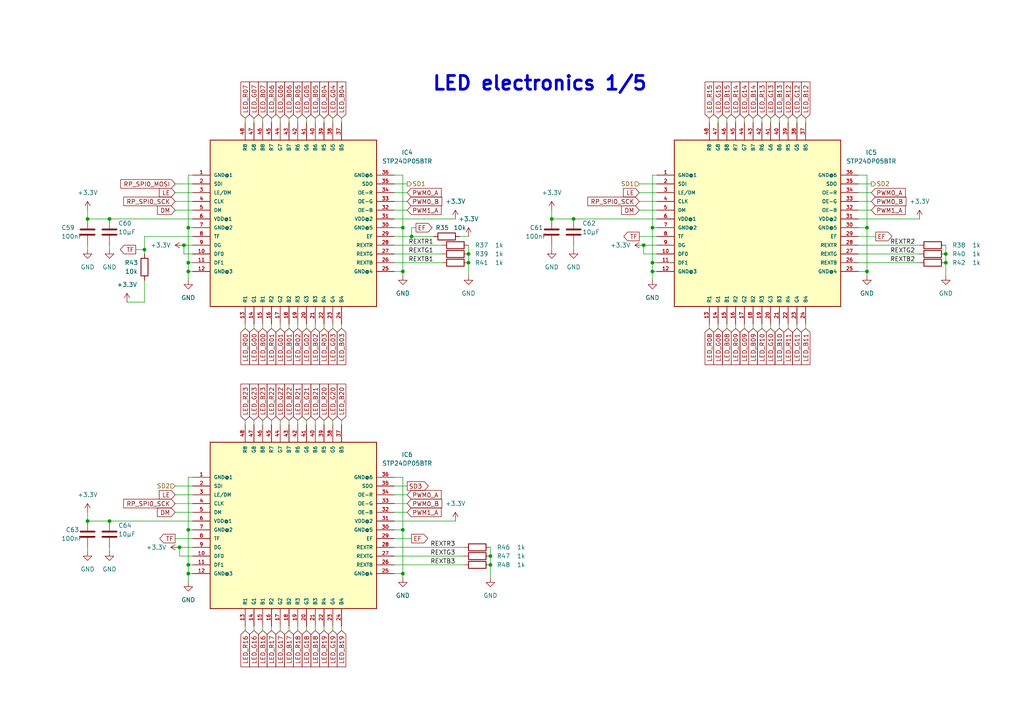
<source format=kicad_sch>
(kicad_sch (version 20230121) (generator eeschema)
  (paper "A4")
  (title_block (title "RD56_color") (date "2023-08-20") (rev "Rev 2") (company "Ludwin Monz") (comment 1 "you may not use the material for commercial purposes.") (comment 2 "you may use non-commercially, adapt, share alike ") (comment 3 "https://creativecommons.org/licenses/by-nc-sa/4.0/") (comment 4 "License: Creative Commons Attribution-Non-Commercial (CC BY-NC-SA)"))
  (lib_symbols
    (symbol "Device:C" (pin_numbers hide) (pin_names (offset 0.254))
      (property "Reference" "C" (at 0.635 2.54 0))
      (property "Value" "C" (at 0.635 -2.54 0))
      (symbol "C_0_1"
        (polyline (pts (xy -2.032 -0.762) (xy 2.032 -0.762)) (stroke (width 0.508)))
        (polyline (pts (xy -2.032 0.762) (xy 2.032 0.762)) (stroke (width 0.508)))
      )
      (symbol "C_1_1"
        (pin passive line (at 0 3.81 270) (length 2.794) (name "~") (number "1"))
        (pin passive line (at 0 -3.81 90) (length 2.794) (name "~") (number "2"))
      )
    )
    (symbol "Device:R" (pin_numbers hide) (pin_names (offset 0))
      (property "Reference" "R" (at 2.032 0 90))
      (property "Value" "R" (at 0 0 90))
      (symbol "R_0_1"
        (rectangle (start -1.016 -2.54) (end 1.016 2.54) (stroke (width 0.254)))
      )
      (symbol "R_1_1"
        (pin passive line (at 0 3.81 270) (length 1.27) (name "~") (number "1"))
        (pin passive line (at 0 -3.81 90) (length 1.27) (name "~") (number "2"))
      )
    )
    (symbol "STP24DP05BTR:STP24DP05BTR" (pin_names (offset 1.016))
      (property "Reference" "IC" (at -5.08 15.24 0))
      (property "Value" "STP24DP05BTR" (at -5.08 12.7 0))
      (symbol "STP24DP05BTR_0_0"
        (rectangle (start 5.08 -38.1) (end 53.34 10.16) (stroke (width 0.254)) (fill (type background)))
        (pin bidirectional line (at 0 0 0) (length 5.08) (name "GND@1") (number "1"))
        (pin bidirectional line (at 0 -22.86 0) (length 5.08) (name "DF0") (number "10"))
        (pin bidirectional line (at 0 -25.4 0) (length 5.08) (name "DF1") (number "11"))
        (pin bidirectional line (at 0 -27.94 0) (length 5.08) (name "GND@3") (number "12"))
        (pin bidirectional line (at 15.24 -43.18 90) (length 5.08) (name "R1") (number "13"))
        (pin bidirectional line (at 17.78 -43.18 90) (length 5.08) (name "G1") (number "14"))
        (pin bidirectional line (at 20.32 -43.18 90) (length 5.08) (name "B1") (number "15"))
        (pin bidirectional line (at 22.86 -43.18 90) (length 5.08) (name "R2") (number "16"))
        (pin bidirectional line (at 25.4 -43.18 90) (length 5.08) (name "G2") (number "17"))
        (pin bidirectional line (at 27.94 -43.18 90) (length 5.08) (name "B2") (number "18"))
        (pin bidirectional line (at 30.48 -43.18 90) (length 5.08) (name "R3") (number "19"))
        (pin bidirectional line (at 0 -2.54 0) (length 5.08) (name "SDI") (number "2"))
        (pin bidirectional line (at 33.02 -43.18 90) (length 5.08) (name "G3") (number "20"))
        (pin bidirectional line (at 35.56 -43.18 90) (length 5.08) (name "B3") (number "21"))
        (pin bidirectional line (at 38.1 -43.18 90) (length 5.08) (name "R4") (number "22"))
        (pin bidirectional line (at 40.64 -43.18 90) (length 5.08) (name "G4") (number "23"))
        (pin bidirectional line (at 43.18 -43.18 90) (length 5.08) (name "B4") (number "24"))
        (pin bidirectional line (at 58.42 -27.94 180) (length 5.08) (name "GND@4") (number "25"))
        (pin bidirectional line (at 58.42 -25.4 180) (length 5.08) (name "REXTB") (number "26"))
        (pin bidirectional line (at 58.42 -22.86 180) (length 5.08) (name "REXTG") (number "27"))
        (pin bidirectional line (at 58.42 -20.32 180) (length 5.08) (name "REXTR") (number "28"))
        (pin bidirectional line (at 58.42 -17.78 180) (length 5.08) (name "EF") (number "29"))
        (pin bidirectional line (at 0 -5.08 0) (length 5.08) (name "LE/DM") (number "3"))
        (pin bidirectional line (at 58.42 -15.24 180) (length 5.08) (name "GND@5") (number "30"))
        (pin bidirectional line (at 58.42 -12.7 180) (length 5.08) (name "VDD@2") (number "31"))
        (pin bidirectional line (at 58.42 -10.16 180) (length 5.08) (name "OE-B") (number "32"))
        (pin bidirectional line (at 58.42 -7.62 180) (length 5.08) (name "OE-G") (number "33"))
        (pin bidirectional line (at 58.42 -5.08 180) (length 5.08) (name "OE-R") (number "34"))
        (pin bidirectional line (at 58.42 -2.54 180) (length 5.08) (name "SDO") (number "35"))
        (pin bidirectional line (at 58.42 0 180) (length 5.08) (name "GND@6") (number "36"))
        (pin bidirectional line (at 43.18 15.24 270) (length 5.08) (name "B5") (number "37"))
        (pin bidirectional line (at 40.64 15.24 270) (length 5.08) (name "G5") (number "38"))
        (pin bidirectional line (at 38.1 15.24 270) (length 5.08) (name "R5") (number "39"))
        (pin bidirectional line (at 0 -7.62 0) (length 5.08) (name "CLK") (number "4"))
        (pin bidirectional line (at 35.56 15.24 270) (length 5.08) (name "B6") (number "40"))
        (pin bidirectional line (at 33.02 15.24 270) (length 5.08) (name "G6") (number "41"))
        (pin bidirectional line (at 30.48 15.24 270) (length 5.08) (name "R6") (number "42"))
        (pin bidirectional line (at 27.94 15.24 270) (length 5.08) (name "B7") (number "43"))
        (pin bidirectional line (at 25.4 15.24 270) (length 5.08) (name "G7") (number "44"))
        (pin bidirectional line (at 22.86 15.24 270) (length 5.08) (name "R7") (number "45"))
        (pin bidirectional line (at 20.32 15.24 270) (length 5.08) (name "B8") (number "46"))
        (pin bidirectional line (at 17.78 15.24 270) (length 5.08) (name "G8") (number "47"))
        (pin bidirectional line (at 15.24 15.24 270) (length 5.08) (name "R8") (number "48"))
        (pin bidirectional line (at 0 -10.16 0) (length 5.08) (name "DM") (number "5"))
        (pin bidirectional line (at 0 -12.7 0) (length 5.08) (name "VDD@1") (number "6"))
        (pin bidirectional line (at 0 -15.24 0) (length 5.08) (name "GND@2") (number "7"))
        (pin bidirectional line (at 0 -17.78 0) (length 5.08) (name "TF") (number "8"))
        (pin bidirectional line (at 0 -20.32 0) (length 5.08) (name "DG") (number "9"))
      )
    )
    (symbol "power:+3.3V" (power) (pin_names (offset 0))
      (property "Value" "+3.3V" (at 0 3.556 0))
      (symbol "+3.3V_0_1"
        (polyline (pts (xy -0.762 1.27) (xy 0 2.54)))
        (polyline (pts (xy 0 0) (xy 0 2.54)))
        (polyline (pts (xy 0 2.54) (xy 0.762 1.27)))
      )
      (symbol "+3.3V_1_1"
        (pin power_in line (at 0 0 90) (length 0) hide (name "+3.3V") (number "1"))
      )
    )
    (symbol "power:GND" (power) (pin_names (offset 0))
      (property "Value" "GND" (at 0 -3.81 0))
      (symbol "GND_0_1"
        (polyline (pts (xy 0 0) (xy 0 -1.27) (xy 1.27 -1.27) (xy 0 -2.54) (xy -1.27 -1.27) (xy 0 -1.27)))
      )
      (symbol "GND_1_1"
        (pin power_in line (at 0 0 270) (length 0) hide (name "GND") (number "1"))
      )
    )
  )
  (junction (at 135.89 73.66))
  (junction (at 251.46 78.74))
  (junction (at 54.61 166.37))
  (junction (at 41.91 72.39))
  (junction (at 54.61 66.04))
  (junction (at 116.84 78.74))
  (junction (at 116.84 66.04))
  (junction (at 274.32 76.2))
  (junction (at 189.23 76.2))
  (junction (at 116.84 153.67))
  (junction (at 25.4 63.5))
  (junction (at 186.69 71.12))
  (junction (at 160.02 63.5))
  (junction (at 54.61 153.67))
  (junction (at 119.38 68.58))
  (junction (at 54.61 78.74))
  (junction (at 142.24 161.29))
  (junction (at 166.37 63.5))
  (junction (at 251.46 66.04))
  (junction (at 189.23 78.74))
  (junction (at 54.61 76.2))
  (junction (at 31.75 151.13))
  (junction (at 142.24 163.83))
  (junction (at 54.61 163.83))
  (junction (at 31.75 63.5))
  (junction (at 25.4 151.13))
  (junction (at 274.32 73.66))
  (junction (at 135.89 76.2))
  (junction (at 116.84 166.37))
  (junction (at 53.34 71.12))
  (junction (at 189.23 66.04))
  (junction (at 52.07 158.75))
  (wire (pts (xy 78.74 34.29) (xy 78.74 35.56)))
  (wire (pts (xy 190.5 50.8) (xy 189.23 50.8)))
  (wire (pts (xy 114.3 146.05) (xy 118.11 146.05)))
  (wire (pts (xy 54.61 163.83) (xy 55.88 163.83)))
  (wire (pts (xy 215.9 93.98) (xy 215.9 95.25)))
  (wire (pts (xy 81.28 181.61) (xy 81.28 182.88)))
  (wire (pts (xy 228.6 34.29) (xy 228.6 35.56)))
  (wire (pts (xy 248.92 55.88) (xy 252.73 55.88)))
  (wire (pts (xy 76.2 181.61) (xy 76.2 182.88)))
  (wire (pts (xy 233.68 93.98) (xy 233.68 95.25)))
  (wire (pts (xy 185.42 60.96) (xy 190.5 60.96)))
  (wire (pts (xy 31.75 151.13) (xy 55.88 151.13)))
  (wire (pts (xy 50.8 55.88) (xy 55.88 55.88)))
  (wire (pts (xy 160.02 71.12) (xy 160.02 72.39)))
  (wire (pts (xy 248.92 53.34) (xy 252.73 53.34)))
  (wire (pts (xy 119.38 66.04) (xy 119.38 68.58)))
  (wire (pts (xy 31.75 63.5) (xy 55.88 63.5)))
  (wire (pts (xy 142.24 158.75) (xy 142.24 161.29)))
  (wire (pts (xy 274.32 73.66) (xy 274.32 76.2)))
  (wire (pts (xy 99.06 93.98) (xy 99.06 95.25)))
  (wire (pts (xy 71.12 93.98) (xy 71.12 95.25)))
  (wire (pts (xy 81.28 121.92) (xy 81.28 123.19)))
  (wire (pts (xy 248.92 73.66) (xy 266.7 73.66)))
  (wire (pts (xy 251.46 78.74) (xy 251.46 80.01)))
  (wire (pts (xy 186.69 73.66) (xy 186.69 71.12)))
  (wire (pts (xy 251.46 50.8) (xy 251.46 66.04)))
  (wire (pts (xy 54.61 163.83) (xy 54.61 166.37)))
  (wire (pts (xy 76.2 93.98) (xy 76.2 95.25)))
  (wire (pts (xy 54.61 166.37) (xy 55.88 166.37)))
  (wire (pts (xy 99.06 181.61) (xy 99.06 182.88)))
  (wire (pts (xy 114.3 163.83) (xy 134.62 163.83)))
  (wire (pts (xy 25.4 151.13) (xy 31.75 151.13)))
  (wire (pts (xy 228.6 93.98) (xy 228.6 95.25)))
  (wire (pts (xy 71.12 181.61) (xy 71.12 182.88)))
  (wire (pts (xy 114.3 148.59) (xy 118.11 148.59)))
  (wire (pts (xy 96.52 181.61) (xy 96.52 182.88)))
  (wire (pts (xy 114.3 140.97) (xy 118.11 140.97)))
  (wire (pts (xy 50.8 60.96) (xy 55.88 60.96)))
  (wire (pts (xy 215.9 34.29) (xy 215.9 35.56)))
  (wire (pts (xy 114.3 138.43) (xy 116.84 138.43)))
  (wire (pts (xy 116.84 66.04) (xy 116.84 78.74)))
  (wire (pts (xy 71.12 34.29) (xy 71.12 35.56)))
  (wire (pts (xy 96.52 121.92) (xy 96.52 123.19)))
  (wire (pts (xy 166.37 71.12) (xy 166.37 72.39)))
  (wire (pts (xy 119.38 68.58) (xy 125.73 68.58)))
  (wire (pts (xy 93.98 93.98) (xy 93.98 95.25)))
  (wire (pts (xy 54.61 50.8) (xy 54.61 66.04)))
  (wire (pts (xy 220.98 34.29) (xy 220.98 35.56)))
  (wire (pts (xy 185.42 53.34) (xy 190.5 53.34)))
  (wire (pts (xy 116.84 153.67) (xy 114.3 153.67)))
  (wire (pts (xy 50.8 146.05) (xy 55.88 146.05)))
  (wire (pts (xy 116.84 78.74) (xy 114.3 78.74)))
  (wire (pts (xy 135.89 76.2) (xy 135.89 80.01)))
  (wire (pts (xy 114.3 151.13) (xy 132.08 151.13)))
  (wire (pts (xy 114.3 58.42) (xy 118.11 58.42)))
  (wire (pts (xy 73.66 181.61) (xy 73.66 182.88)))
  (wire (pts (xy 120.65 66.04) (xy 119.38 66.04)))
  (wire (pts (xy 73.66 93.98) (xy 73.66 95.25)))
  (wire (pts (xy 41.91 72.39) (xy 41.91 73.66)))
  (wire (pts (xy 223.52 34.29) (xy 223.52 35.56)))
  (wire (pts (xy 50.8 148.59) (xy 55.88 148.59)))
  (wire (pts (xy 114.3 143.51) (xy 118.11 143.51)))
  (wire (pts (xy 248.92 71.12) (xy 266.7 71.12)))
  (wire (pts (xy 83.82 121.92) (xy 83.82 123.19)))
  (wire (pts (xy 218.44 93.98) (xy 218.44 95.25)))
  (wire (pts (xy 81.28 34.29) (xy 81.28 35.56)))
  (wire (pts (xy 220.98 93.98) (xy 220.98 95.25)))
  (wire (pts (xy 71.12 121.92) (xy 71.12 123.19)))
  (wire (pts (xy 25.4 63.5) (xy 31.75 63.5)))
  (wire (pts (xy 114.3 68.58) (xy 119.38 68.58)))
  (wire (pts (xy 185.42 68.58) (xy 190.5 68.58)))
  (wire (pts (xy 86.36 121.92) (xy 86.36 123.19)))
  (wire (pts (xy 91.44 181.61) (xy 91.44 182.88)))
  (wire (pts (xy 86.36 93.98) (xy 86.36 95.25)))
  (wire (pts (xy 39.37 72.39) (xy 41.91 72.39)))
  (wire (pts (xy 251.46 66.04) (xy 251.46 78.74)))
  (wire (pts (xy 189.23 76.2) (xy 189.23 78.74)))
  (wire (pts (xy 99.06 34.29) (xy 99.06 35.56)))
  (wire (pts (xy 185.42 58.42) (xy 190.5 58.42)))
  (wire (pts (xy 114.3 161.29) (xy 134.62 161.29)))
  (wire (pts (xy 189.23 76.2) (xy 190.5 76.2)))
  (wire (pts (xy 88.9 181.61) (xy 88.9 182.88)))
  (wire (pts (xy 55.88 68.58) (xy 41.91 68.58)))
  (wire (pts (xy 76.2 121.92) (xy 76.2 123.19)))
  (wire (pts (xy 114.3 55.88) (xy 118.11 55.88)))
  (wire (pts (xy 83.82 93.98) (xy 83.82 95.25)))
  (wire (pts (xy 53.34 73.66) (xy 53.34 71.12)))
  (wire (pts (xy 186.69 71.12) (xy 190.5 71.12)))
  (wire (pts (xy 213.36 93.98) (xy 213.36 95.25)))
  (wire (pts (xy 135.89 73.66) (xy 135.89 76.2)))
  (wire (pts (xy 55.88 50.8) (xy 54.61 50.8)))
  (wire (pts (xy 114.3 60.96) (xy 118.11 60.96)))
  (wire (pts (xy 116.84 50.8) (xy 116.84 66.04)))
  (wire (pts (xy 185.42 55.88) (xy 190.5 55.88)))
  (wire (pts (xy 226.06 93.98) (xy 226.06 95.25)))
  (wire (pts (xy 54.61 66.04) (xy 55.88 66.04)))
  (wire (pts (xy 88.9 34.29) (xy 88.9 35.56)))
  (wire (pts (xy 54.61 166.37) (xy 54.61 168.91)))
  (wire (pts (xy 205.74 34.29) (xy 205.74 35.56)))
  (wire (pts (xy 99.06 121.92) (xy 99.06 123.19)))
  (wire (pts (xy 116.84 78.74) (xy 116.84 80.01)))
  (wire (pts (xy 96.52 34.29) (xy 96.52 35.56)))
  (wire (pts (xy 54.61 78.74) (xy 54.61 81.28)))
  (wire (pts (xy 25.4 148.59) (xy 25.4 151.13)))
  (wire (pts (xy 54.61 153.67) (xy 54.61 163.83)))
  (wire (pts (xy 210.82 93.98) (xy 210.82 95.25)))
  (wire (pts (xy 86.36 34.29) (xy 86.36 35.56)))
  (wire (pts (xy 114.3 53.34) (xy 118.11 53.34)))
  (wire (pts (xy 78.74 121.92) (xy 78.74 123.19)))
  (wire (pts (xy 166.37 63.5) (xy 190.5 63.5)))
  (wire (pts (xy 248.92 76.2) (xy 266.7 76.2)))
  (wire (pts (xy 189.23 66.04) (xy 190.5 66.04)))
  (wire (pts (xy 52.07 161.29) (xy 52.07 158.75)))
  (wire (pts (xy 189.23 50.8) (xy 189.23 66.04)))
  (wire (pts (xy 116.84 153.67) (xy 116.84 166.37)))
  (wire (pts (xy 88.9 93.98) (xy 88.9 95.25)))
  (wire (pts (xy 93.98 181.61) (xy 93.98 182.88)))
  (wire (pts (xy 189.23 78.74) (xy 190.5 78.74)))
  (wire (pts (xy 50.8 143.51) (xy 55.88 143.51)))
  (wire (pts (xy 25.4 60.96) (xy 25.4 63.5)))
  (wire (pts (xy 53.34 71.12) (xy 55.88 71.12)))
  (wire (pts (xy 160.02 63.5) (xy 166.37 63.5)))
  (wire (pts (xy 190.5 73.66) (xy 186.69 73.66)))
  (wire (pts (xy 114.3 63.5) (xy 132.08 63.5)))
  (wire (pts (xy 114.3 76.2) (xy 128.27 76.2)))
  (wire (pts (xy 96.52 93.98) (xy 96.52 95.25)))
  (wire (pts (xy 88.9 121.92) (xy 88.9 123.19)))
  (wire (pts (xy 41.91 68.58) (xy 41.91 72.39)))
  (wire (pts (xy 54.61 78.74) (xy 55.88 78.74)))
  (wire (pts (xy 114.3 156.21) (xy 119.38 156.21)))
  (wire (pts (xy 54.61 153.67) (xy 55.88 153.67)))
  (wire (pts (xy 114.3 158.75) (xy 134.62 158.75)))
  (wire (pts (xy 86.36 181.61) (xy 86.36 182.88)))
  (wire (pts (xy 36.83 87.63) (xy 41.91 87.63)))
  (wire (pts (xy 233.68 34.29) (xy 233.68 35.56)))
  (wire (pts (xy 208.28 34.29) (xy 208.28 35.56)))
  (wire (pts (xy 25.4 71.12) (xy 25.4 72.39)))
  (wire (pts (xy 251.46 78.74) (xy 248.92 78.74)))
  (wire (pts (xy 55.88 73.66) (xy 53.34 73.66)))
  (wire (pts (xy 226.06 34.29) (xy 226.06 35.56)))
  (wire (pts (xy 116.84 166.37) (xy 114.3 166.37)))
  (wire (pts (xy 248.92 60.96) (xy 252.73 60.96)))
  (wire (pts (xy 135.89 71.12) (xy 135.89 73.66)))
  (wire (pts (xy 142.24 163.83) (xy 142.24 167.64)))
  (wire (pts (xy 91.44 34.29) (xy 91.44 35.56)))
  (wire (pts (xy 160.02 60.96) (xy 160.02 63.5)))
  (wire (pts (xy 231.14 93.98) (xy 231.14 95.25)))
  (wire (pts (xy 91.44 93.98) (xy 91.44 95.25)))
  (wire (pts (xy 93.98 121.92) (xy 93.98 123.19)))
  (wire (pts (xy 114.3 73.66) (xy 128.27 73.66)))
  (wire (pts (xy 251.46 66.04) (xy 248.92 66.04)))
  (wire (pts (xy 213.36 34.29) (xy 213.36 35.56)))
  (wire (pts (xy 50.8 58.42) (xy 55.88 58.42)))
  (wire (pts (xy 50.8 140.97) (xy 55.88 140.97)))
  (wire (pts (xy 114.3 71.12) (xy 128.27 71.12)))
  (wire (pts (xy 248.92 58.42) (xy 252.73 58.42)))
  (wire (pts (xy 55.88 138.43) (xy 54.61 138.43)))
  (wire (pts (xy 83.82 181.61) (xy 83.82 182.88)))
  (wire (pts (xy 133.35 68.58) (xy 135.89 68.58)))
  (wire (pts (xy 114.3 50.8) (xy 116.84 50.8)))
  (wire (pts (xy 31.75 158.75) (xy 31.75 160.02)))
  (wire (pts (xy 205.74 93.98) (xy 205.74 95.25)))
  (wire (pts (xy 189.23 66.04) (xy 189.23 76.2)))
  (wire (pts (xy 73.66 121.92) (xy 73.66 123.19)))
  (wire (pts (xy 54.61 76.2) (xy 55.88 76.2)))
  (wire (pts (xy 76.2 34.29) (xy 76.2 35.56)))
  (wire (pts (xy 116.84 138.43) (xy 116.84 153.67)))
  (wire (pts (xy 83.82 34.29) (xy 83.82 35.56)))
  (wire (pts (xy 274.32 71.12) (xy 274.32 73.66)))
  (wire (pts (xy 25.4 158.75) (xy 25.4 160.02)))
  (wire (pts (xy 54.61 138.43) (xy 54.61 153.67)))
  (wire (pts (xy 189.23 78.74) (xy 189.23 81.28)))
  (wire (pts (xy 55.88 161.29) (xy 52.07 161.29)))
  (wire (pts (xy 73.66 34.29) (xy 73.66 35.56)))
  (wire (pts (xy 274.32 76.2) (xy 274.32 80.01)))
  (wire (pts (xy 223.52 93.98) (xy 223.52 95.25)))
  (wire (pts (xy 41.91 87.63) (xy 41.91 81.28)))
  (wire (pts (xy 231.14 34.29) (xy 231.14 35.56)))
  (wire (pts (xy 248.92 63.5) (xy 266.7 63.5)))
  (wire (pts (xy 54.61 76.2) (xy 54.61 78.74)))
  (wire (pts (xy 116.84 66.04) (xy 114.3 66.04)))
  (wire (pts (xy 50.8 156.21) (xy 55.88 156.21)))
  (wire (pts (xy 81.28 93.98) (xy 81.28 95.25)))
  (wire (pts (xy 208.28 93.98) (xy 208.28 95.25)))
  (wire (pts (xy 142.24 161.29) (xy 142.24 163.83)))
  (wire (pts (xy 116.84 166.37) (xy 116.84 167.64)))
  (wire (pts (xy 248.92 68.58) (xy 254 68.58)))
  (wire (pts (xy 91.44 121.92) (xy 91.44 123.19)))
  (wire (pts (xy 52.07 158.75) (xy 55.88 158.75)))
  (wire (pts (xy 54.61 66.04) (xy 54.61 76.2)))
  (wire (pts (xy 248.92 50.8) (xy 251.46 50.8)))
  (wire (pts (xy 93.98 34.29) (xy 93.98 35.56)))
  (wire (pts (xy 78.74 93.98) (xy 78.74 95.25)))
  (wire (pts (xy 31.75 71.12) (xy 31.75 72.39)))
  (wire (pts (xy 50.8 53.34) (xy 55.88 53.34)))
  (wire (pts (xy 210.82 34.29) (xy 210.82 35.56)))
  (wire (pts (xy 78.74 181.61) (xy 78.74 182.88)))
  (wire (pts (xy 218.44 34.29) (xy 218.44 35.56)))
  (text "LED electronics 1/5" (at 187.96 26.67 0) (effects (font (size 4 4) (thickness 0.8) bold) (justify right bottom)))
  (label "REXTG3" (at 132.08 161.29 180))
  (label "REXTB1" (at 125.73 76.2 180))
  (label "REXTR3" (at 132.08 158.75 180))
  (label "REXTR1" (at 125.73 71.12 180))
  (label "REXTG1" (at 125.73 73.66 180))
  (label "REXTR2" (at 265.43 71.12 180))
  (label "REXTG2" (at 265.43 73.66 180))
  (label "REXTB2" (at 265.43 76.2 180))
  (label "REXTB3" (at 132.08 163.83 180))
  (global_label "LED_R21" (shape input) (at 86.36 121.92 90) (property "Intersheetrefs" "${INTERSHEET_REFS}" (effects hide)))
  (global_label "LED_G07" (shape input) (at 73.66 34.29 90) (property "Intersheetrefs" "${INTERSHEET_REFS}" (effects hide)))
  (global_label "LED_B22" (shape input) (at 83.82 121.92 90) (property "Intersheetrefs" "${INTERSHEET_REFS}" (effects hide)))
  (global_label "LED_B21" (shape input) (at 91.44 121.92 90) (property "Intersheetrefs" "${INTERSHEET_REFS}" (effects hide)))
  (global_label "LED_B00" (shape input) (at 76.2 95.25 270) (property "Intersheetrefs" "${INTERSHEET_REFS}" (effects hide)))
  (global_label "TF" (shape output) (at 39.37 72.39 180) (property "Intersheetrefs" "${INTERSHEET_REFS}" (effects hide)))
  (global_label "LED_R08" (shape input) (at 205.74 95.25 270) (property "Intersheetrefs" "${INTERSHEET_REFS}" (effects hide)))
  (global_label "LED_R14" (shape input) (at 213.36 34.29 90) (property "Intersheetrefs" "${INTERSHEET_REFS}" (effects hide)))
  (global_label "LED_R03" (shape input) (at 93.98 95.25 270) (property "Intersheetrefs" "${INTERSHEET_REFS}" (effects hide)))
  (global_label "LED_G14" (shape input) (at 215.9 34.29 90) (property "Intersheetrefs" "${INTERSHEET_REFS}" (effects hide)))
  (global_label "PWM1_A" (shape input) (at 118.11 60.96 0) (property "Intersheetrefs" "${INTERSHEET_REFS}" (effects hide)))
  (global_label "PWM0_B" (shape input) (at 118.11 58.42 0) (property "Intersheetrefs" "${INTERSHEET_REFS}" (effects hide)))
  (global_label "LED_R04" (shape input) (at 93.98 34.29 90) (property "Intersheetrefs" "${INTERSHEET_REFS}" (effects hide)))
  (global_label "DM" (shape input) (at 50.8 148.59 180) (property "Intersheetrefs" "${INTERSHEET_REFS}" (effects hide)))
  (global_label "LED_R18" (shape input) (at 86.36 182.88 270) (property "Intersheetrefs" "${INTERSHEET_REFS}" (effects hide)))
  (global_label "LED_B10" (shape input) (at 226.06 95.25 270) (property "Intersheetrefs" "${INTERSHEET_REFS}" (effects hide)))
  (global_label "DM" (shape input) (at 185.42 60.96 180) (property "Intersheetrefs" "${INTERSHEET_REFS}" (effects hide)))
  (global_label "LED_G03" (shape input) (at 96.52 95.25 270) (property "Intersheetrefs" "${INTERSHEET_REFS}" (effects hide)))
  (global_label "LED_B04" (shape input) (at 99.06 34.29 90) (property "Intersheetrefs" "${INTERSHEET_REFS}" (effects hide)))
  (global_label "PWM0_A" (shape input) (at 118.11 143.51 0) (property "Intersheetrefs" "${INTERSHEET_REFS}" (effects hide)))
  (global_label "LED_G05" (shape input) (at 88.9 34.29 90) (property "Intersheetrefs" "${INTERSHEET_REFS}" (effects hide)))
  (global_label "LED_R10" (shape input) (at 220.98 95.25 270) (property "Intersheetrefs" "${INTERSHEET_REFS}" (effects hide)))
  (global_label "LED_R16" (shape input) (at 71.12 182.88 270) (property "Intersheetrefs" "${INTERSHEET_REFS}" (effects hide)))
  (global_label "LE" (shape input) (at 50.8 143.51 180) (property "Intersheetrefs" "${INTERSHEET_REFS}" (effects hide)))
  (global_label "LED_G16" (shape input) (at 73.66 182.88 270) (property "Intersheetrefs" "${INTERSHEET_REFS}" (effects hide)))
  (global_label "LED_B01" (shape input) (at 83.82 95.25 270) (property "Intersheetrefs" "${INTERSHEET_REFS}" (effects hide)))
  (global_label "LED_R20" (shape input) (at 93.98 121.92 90) (property "Intersheetrefs" "${INTERSHEET_REFS}" (effects hide)))
  (global_label "LED_B16" (shape input) (at 76.2 182.88 270) (property "Intersheetrefs" "${INTERSHEET_REFS}" (effects hide)))
  (global_label "LED_B09" (shape input) (at 218.44 95.25 270) (property "Intersheetrefs" "${INTERSHEET_REFS}" (effects hide)))
  (global_label "LED_B02" (shape input) (at 91.44 95.25 270) (property "Intersheetrefs" "${INTERSHEET_REFS}" (effects hide)))
  (global_label "LED_G10" (shape input) (at 223.52 95.25 270) (property "Intersheetrefs" "${INTERSHEET_REFS}" (effects hide)))
  (global_label "LED_G06" (shape input) (at 81.28 34.29 90) (property "Intersheetrefs" "${INTERSHEET_REFS}" (effects hide)))
  (global_label "TF" (shape output) (at 185.42 68.58 180) (property "Intersheetrefs" "${INTERSHEET_REFS}" (effects hide)))
  (global_label "LED_G00" (shape input) (at 73.66 95.25 270) (property "Intersheetrefs" "${INTERSHEET_REFS}" (effects hide)))
  (global_label "LED_B20" (shape input) (at 99.06 121.92 90) (property "Intersheetrefs" "${INTERSHEET_REFS}" (effects hide)))
  (global_label "SD3" (shape output) (at 118.11 140.97 0) (property "Intersheetrefs" "${INTERSHEET_REFS}" (effects hide)))
  (global_label "LED_R01" (shape input) (at 78.74 95.25 270) (property "Intersheetrefs" "${INTERSHEET_REFS}" (effects hide)))
  (global_label "LED_G11" (shape input) (at 231.14 95.25 270) (property "Intersheetrefs" "${INTERSHEET_REFS}" (effects hide)))
  (global_label "LED_G09" (shape input) (at 215.9 95.25 270) (property "Intersheetrefs" "${INTERSHEET_REFS}" (effects hide)))
  (global_label "LED_R02" (shape input) (at 86.36 95.25 270) (property "Intersheetrefs" "${INTERSHEET_REFS}" (effects hide)))
  (global_label "LED_B05" (shape input) (at 91.44 34.29 90) (property "Intersheetrefs" "${INTERSHEET_REFS}" (effects hide)))
  (global_label "LED_G18" (shape input) (at 88.9 182.88 270) (property "Intersheetrefs" "${INTERSHEET_REFS}" (effects hide)))
  (global_label "RP_SPI0_SCK" (shape input) (at 185.42 58.42 180) (property "Intersheetrefs" "${INTERSHEET_REFS}" (effects hide)))
  (global_label "LED_R12" (shape input) (at 228.6 34.29 90) (property "Intersheetrefs" "${INTERSHEET_REFS}" (effects hide)))
  (global_label "LED_R09" (shape input) (at 213.36 95.25 270) (property "Intersheetrefs" "${INTERSHEET_REFS}" (effects hide)))
  (global_label "LED_B18" (shape input) (at 91.44 182.88 270) (property "Intersheetrefs" "${INTERSHEET_REFS}" (effects hide)))
  (global_label "LED_B08" (shape input) (at 210.82 95.25 270) (property "Intersheetrefs" "${INTERSHEET_REFS}" (effects hide)))
  (global_label "RP_SPI0_MOSI" (shape input) (at 50.8 53.34 180) (property "Intersheetrefs" "${INTERSHEET_REFS}" (effects hide)))
  (global_label "LE" (shape input) (at 50.8 55.88 180) (property "Intersheetrefs" "${INTERSHEET_REFS}" (effects hide)))
  (global_label "LED_G08" (shape input) (at 208.28 95.25 270) (property "Intersheetrefs" "${INTERSHEET_REFS}" (effects hide)))
  (global_label "LED_R07" (shape input) (at 71.12 34.29 90) (property "Intersheetrefs" "${INTERSHEET_REFS}" (effects hide)))
  (global_label "PWM1_A" (shape input) (at 118.11 148.59 0) (property "Intersheetrefs" "${INTERSHEET_REFS}" (effects hide)))
  (global_label "LED_R13" (shape input) (at 220.98 34.29 90) (property "Intersheetrefs" "${INTERSHEET_REFS}" (effects hide)))
  (global_label "PWM0_B" (shape input) (at 118.11 146.05 0) (property "Intersheetrefs" "${INTERSHEET_REFS}" (effects hide)))
  (global_label "LED_B07" (shape input) (at 76.2 34.29 90) (property "Intersheetrefs" "${INTERSHEET_REFS}" (effects hide)))
  (global_label "EF" (shape output) (at 254 68.58 0) (property "Intersheetrefs" "${INTERSHEET_REFS}" (effects hide)))
  (global_label "TF" (shape output) (at 50.8 156.21 180) (property "Intersheetrefs" "${INTERSHEET_REFS}" (effects hide)))
  (global_label "LED_B12" (shape input) (at 233.68 34.29 90) (property "Intersheetrefs" "${INTERSHEET_REFS}" (effects hide)))
  (global_label "LED_G04" (shape input) (at 96.52 34.29 90) (property "Intersheetrefs" "${INTERSHEET_REFS}" (effects hide)))
  (global_label "LED_R11" (shape input) (at 228.6 95.25 270) (property "Intersheetrefs" "${INTERSHEET_REFS}" (effects hide)))
  (global_label "LED_B13" (shape input) (at 226.06 34.29 90) (property "Intersheetrefs" "${INTERSHEET_REFS}" (effects hide)))
  (global_label "PWM0_A" (shape input) (at 118.11 55.88 0) (property "Intersheetrefs" "${INTERSHEET_REFS}" (effects hide)))
  (global_label "LED_G02" (shape input) (at 88.9 95.25 270) (property "Intersheetrefs" "${INTERSHEET_REFS}" (effects hide)))
  (global_label "LED_G15" (shape input) (at 208.28 34.29 90) (property "Intersheetrefs" "${INTERSHEET_REFS}" (effects hide)))
  (global_label "LED_B15" (shape input) (at 210.82 34.29 90) (property "Intersheetrefs" "${INTERSHEET_REFS}" (effects hide)))
  (global_label "LED_B11" (shape input) (at 233.68 95.25 270) (property "Intersheetrefs" "${INTERSHEET_REFS}" (effects hide)))
  (global_label "LED_R00" (shape input) (at 71.12 95.25 270) (property "Intersheetrefs" "${INTERSHEET_REFS}" (effects hide)))
  (global_label "RP_SPI0_SCK" (shape input) (at 50.8 58.42 180) (property "Intersheetrefs" "${INTERSHEET_REFS}" (effects hide)))
  (global_label "LED_G22" (shape input) (at 81.28 121.92 90) (property "Intersheetrefs" "${INTERSHEET_REFS}" (effects hide)))
  (global_label "LED_G01" (shape input) (at 81.28 95.25 270) (property "Intersheetrefs" "${INTERSHEET_REFS}" (effects hide)))
  (global_label "LED_G12" (shape input) (at 231.14 34.29 90) (property "Intersheetrefs" "${INTERSHEET_REFS}" (effects hide)))
  (global_label "LED_R19" (shape input) (at 93.98 182.88 270) (property "Intersheetrefs" "${INTERSHEET_REFS}" (effects hide)))
  (global_label "LED_B23" (shape input) (at 76.2 121.92 90) (property "Intersheetrefs" "${INTERSHEET_REFS}" (effects hide)))
  (global_label "LE" (shape input) (at 185.42 55.88 180) (property "Intersheetrefs" "${INTERSHEET_REFS}" (effects hide)))
  (global_label "DM" (shape input) (at 50.8 60.96 180) (property "Intersheetrefs" "${INTERSHEET_REFS}" (effects hide)))
  (global_label "LED_B03" (shape input) (at 99.06 95.25 270) (property "Intersheetrefs" "${INTERSHEET_REFS}" (effects hide)))
  (global_label "LED_G13" (shape input) (at 223.52 34.29 90) (property "Intersheetrefs" "${INTERSHEET_REFS}" (effects hide)))
  (global_label "EF" (shape output) (at 119.38 156.21 0) (property "Intersheetrefs" "${INTERSHEET_REFS}" (effects hide)))
  (global_label "PWM1_A" (shape input) (at 252.73 60.96 0) (property "Intersheetrefs" "${INTERSHEET_REFS}" (effects hide)))
  (global_label "EF" (shape output) (at 120.65 66.04 0) (property "Intersheetrefs" "${INTERSHEET_REFS}" (effects hide)))
  (global_label "LED_R17" (shape input) (at 78.74 182.88 270) (property "Intersheetrefs" "${INTERSHEET_REFS}" (effects hide)))
  (global_label "LED_G19" (shape input) (at 96.52 182.88 270) (property "Intersheetrefs" "${INTERSHEET_REFS}" (effects hide)))
  (global_label "LED_B19" (shape input) (at 99.06 182.88 270) (property "Intersheetrefs" "${INTERSHEET_REFS}" (effects hide)))
  (global_label "LED_R05" (shape input) (at 86.36 34.29 90) (property "Intersheetrefs" "${INTERSHEET_REFS}" (effects hide)))
  (global_label "LED_R15" (shape input) (at 205.74 34.29 90) (property "Intersheetrefs" "${INTERSHEET_REFS}" (effects hide)))
  (global_label "LED_B14" (shape input) (at 218.44 34.29 90) (property "Intersheetrefs" "${INTERSHEET_REFS}" (effects hide)))
  (global_label "LED_G21" (shape input) (at 88.9 121.92 90) (property "Intersheetrefs" "${INTERSHEET_REFS}" (effects hide)))
  (global_label "LED_B17" (shape input) (at 83.82 182.88 270) (property "Intersheetrefs" "${INTERSHEET_REFS}" (effects hide)))
  (global_label "LED_G23" (shape input) (at 73.66 121.92 90) (property "Intersheetrefs" "${INTERSHEET_REFS}" (effects hide)))
  (global_label "LED_B06" (shape input) (at 83.82 34.29 90) (property "Intersheetrefs" "${INTERSHEET_REFS}" (effects hide)))
  (global_label "PWM0_A" (shape input) (at 252.73 55.88 0) (property "Intersheetrefs" "${INTERSHEET_REFS}" (effects hide)))
  (global_label "LED_R22" (shape input) (at 78.74 121.92 90) (property "Intersheetrefs" "${INTERSHEET_REFS}" (effects hide)))
  (global_label "LED_G20" (shape input) (at 96.52 121.92 90) (property "Intersheetrefs" "${INTERSHEET_REFS}" (effects hide)))
  (global_label "LED_G17" (shape input) (at 81.28 182.88 270) (property "Intersheetrefs" "${INTERSHEET_REFS}" (effects hide)))
  (global_label "RP_SPI0_SCK" (shape input) (at 50.8 146.05 180) (property "Intersheetrefs" "${INTERSHEET_REFS}" (effects hide)))
  (global_label "PWM0_B" (shape input) (at 252.73 58.42 0) (property "Intersheetrefs" "${INTERSHEET_REFS}" (effects hide)))
  (global_label "LED_R23" (shape input) (at 71.12 121.92 90) (property "Intersheetrefs" "${INTERSHEET_REFS}" (effects hide)))
  (global_label "LED_R06" (shape input) (at 78.74 34.29 90) (property "Intersheetrefs" "${INTERSHEET_REFS}" (effects hide)))
  (hierarchical_label "SD2" (shape input) (at 50.8 140.97 180))
  (hierarchical_label "SD2" (shape output) (at 252.73 53.34 0))
  (hierarchical_label "SD1" (shape input) (at 185.42 53.34 180))
  (hierarchical_label "SD1" (shape output) (at 118.11 53.34 0))
  (symbol (lib_id "power:GND") (at 25.4 160.02 0) (unit 1)
    (property "Reference" "#PWR0136" (effects hide))
    (property "Value" "GND" (at 25.4 165.1 0))
    (instances (project "RD56" (path "" (reference "#PWR0136") (unit 1)) (path "" (reference "#PWR0519") (unit 1))))
  )
  (symbol (lib_id "Device:R") (at 138.43 158.75 90) (unit 1)
    (property "Reference" "R46" (at 146.05 158.75 90))
    (property "Value" "1k" (at 151.13 158.75 90))
    (property "Footprint" "Resistor_SMD:R_0402_1005Metric" (effects hide))
    (property "LCSC" "C11702" (effects hide))
    (instances (project "RD56" (path "" (reference "R46") (unit 1)) (path "" (reference "R509") (unit 1))))
  )
  (symbol (lib_id "power:GND") (at 160.02 72.39 0) (unit 1)
    (property "Reference" "#PWR0116" (effects hide))
    (property "Value" "GND" (at 160.02 77.47 0))
    (instances (project "RD56" (path "" (reference "#PWR0116") (unit 1)) (path "" (reference "#PWR0508") (unit 1))))
  )
  (symbol (lib_id "Device:C") (at 25.4 154.94 0) (unit 1)
    (property "Reference" "C63" (at 19.05 153.67 0) (effects (justify left)))
    (property "Value" "100nF" (at 17.78 156.21 0) (effects (justify left)))
    (property "Footprint" "Capacitor_SMD:C_0402_1005Metric" (effects hide))
    (property "LCSC" "C307331" (effects hide))
    (instances (project "RD56" (path "" (reference "C63") (unit 1)) (path "" (reference "C505") (unit 1))))
  )
  (symbol (lib_id "Device:R") (at 132.08 71.12 90) (unit 1)
    (property "Reference" "R37" (at 139.7 71.12 90))
    (property "Value" "1k" (at 144.78 71.12 90))
    (property "Footprint" "Resistor_SMD:R_0402_1005Metric" (effects hide))
    (property "LCSC" "C11702" (effects hide))
    (instances (project "RD56" (path "" (reference "R37") (unit 1)) (path "" (reference "R502") (unit 1))))
  )
  (symbol (lib_id "Device:R") (at 270.51 71.12 90) (unit 1)
    (property "Reference" "R38" (at 278.13 71.12 90))
    (property "Value" "1k" (at 283.21 71.12 90))
    (property "Footprint" "Resistor_SMD:R_0402_1005Metric" (effects hide))
    (property "LCSC" "C11702" (effects hide))
    (instances (project "RD56" (path "" (reference "R38") (unit 1)) (path "" (reference "R503") (unit 1))))
  )
  (symbol (lib_id "power:+3.3V") (at 186.69 71.12 90) (unit 1)
    (property "Reference" "#PWR0525" (effects hide))
    (property "Value" "+3.3V" (at 182.88 71.12 90) (effects (justify left)))
  )
  (symbol (lib_id "Device:C") (at 31.75 154.94 0) (unit 1)
    (property "Reference" "C64" (at 34.29 152.4 0) (effects (justify left)))
    (property "Value" "10µF" (at 34.29 154.94 0) (effects (justify left)))
    (property "Footprint" "Capacitor_SMD:C_0603_1608Metric" (effects hide))
    (property "LCSC" "C96446" (effects hide))
    (instances (project "RD56" (path "" (reference "C64") (unit 1)) (path "" (reference "C506") (unit 1))))
  )
  (symbol (lib_id "power:GND") (at 116.84 80.01 0) (unit 1)
    (property "Reference" "#PWR0118" (effects hide))
    (property "Value" "GND" (at 116.84 85.09 0))
    (instances (project "RD56" (path "" (reference "#PWR0118") (unit 1)) (path "" (reference "#PWR0510") (unit 1))))
  )
  (symbol (lib_id "power:+3.3V") (at 132.08 63.5 0) (unit 1)
    (property "Reference" "#PWR0110" (effects hide))
    (property "Value" "+3.3V" (at 132.08 58.42 0))
    (instances (project "RD56" (path "" (reference "#PWR0110") (unit 1)) (path "" (reference "#PWR0503") (unit 1))))
  )
  (symbol (lib_id "power:GND") (at 31.75 160.02 0) (unit 1)
    (property "Reference" "#PWR0137" (effects hide))
    (property "Value" "GND" (at 31.75 165.1 0))
    (instances (project "RD56" (path "" (reference "#PWR0137") (unit 1)) (path "" (reference "#PWR0520") (unit 1))))
  )
  (symbol (lib_id "power:GND") (at 251.46 80.01 0) (unit 1)
    (property "Reference" "#PWR0120" (effects hide))
    (property "Value" "GND" (at 251.46 85.09 0))
    (instances (project "RD56" (path "" (reference "#PWR0120") (unit 1)) (path "" (reference "#PWR0512") (unit 1))))
  )
  (symbol (lib_id "Device:C") (at 166.37 67.31 0) (unit 1)
    (property "Reference" "C62" (at 168.91 64.77 0) (effects (justify left)))
    (property "Value" "10µF" (at 168.91 67.31 0) (effects (justify left)))
    (property "Footprint" "Capacitor_SMD:C_0603_1608Metric" (effects hide))
    (property "LCSC" "C96446" (effects hide))
    (instances (project "RD56" (path "" (reference "C62") (unit 1)) (path "" (reference "C504") (unit 1))))
  )
  (symbol (lib_id "power:+3.3V") (at 25.4 148.59 0) (unit 1)
    (property "Reference" "#PWR0127" (effects hide))
    (property "Value" "+3.3V" (at 25.4 143.51 0))
    (instances (project "RD56" (path "" (reference "#PWR0127") (unit 1)) (path "" (reference "#PWR0517") (unit 1))))
  )
  (symbol (lib_id "power:GND") (at 25.4 72.39 0) (unit 1)
    (property "Reference" "#PWR0114" (effects hide))
    (property "Value" "GND" (at 25.4 77.47 0))
    (instances (project "RD56" (path "" (reference "#PWR0114") (unit 1)) (path "" (reference "#PWR0506") (unit 1))))
  )
  (symbol (lib_id "power:GND") (at 116.84 167.64 0) (unit 1)
    (property "Reference" "#PWR0138" (effects hide))
    (property "Value" "GND" (at 116.84 172.72 0))
    (instances (project "RD56" (path "" (reference "#PWR0138") (unit 1)) (path "" (reference "#PWR0521") (unit 1))))
  )
  (symbol (lib_id "power:+3.3V") (at 266.7 63.5 0) (unit 1)
    (property "Reference" "#PWR0111" (effects hide))
    (property "Value" "+3.3V" (at 266.7 58.42 0))
    (instances (project "RD56" (path "" (reference "#PWR0111") (unit 1)) (path "" (reference "#PWR0504") (unit 1))))
  )
  (symbol (lib_id "Device:R") (at 132.08 76.2 90) (unit 1)
    (property "Reference" "R41" (at 139.7 76.2 90))
    (property "Value" "1k" (at 144.78 76.2 90))
    (property "Footprint" "Resistor_SMD:R_0402_1005Metric" (effects hide))
    (property "LCSC" "C11702" (effects hide))
    (instances (project "RD56" (path "" (reference "R41") (unit 1)) (path "" (reference "R506") (unit 1))))
  )
  (symbol (lib_id "power:GND") (at 54.61 81.28 0) (unit 1)
    (property "Reference" "#PWR0122" (effects hide))
    (property "Value" "GND" (at 54.61 86.36 0))
    (instances (project "RD56" (path "" (reference "#PWR0122") (unit 1)) (path "" (reference "#PWR0514") (unit 1))))
  )
  (symbol (lib_id "power:GND") (at 31.75 72.39 0) (unit 1)
    (property "Reference" "#PWR0115" (effects hide))
    (property "Value" "GND" (at 31.75 77.47 0))
    (instances (project "RD56" (path "" (reference "#PWR0115") (unit 1)) (path "" (reference "#PWR0507") (unit 1))))
  )
  (symbol (lib_id "power:GND") (at 166.37 72.39 0) (unit 1)
    (property "Reference" "#PWR0117" (effects hide))
    (property "Value" "GND" (at 166.37 77.47 0))
    (instances (project "RD56" (path "" (reference "#PWR0117") (unit 1)) (path "" (reference "#PWR0509") (unit 1))))
  )
  (symbol (lib_id "Device:R") (at 270.51 73.66 90) (unit 1)
    (property "Reference" "R40" (at 278.13 73.66 90))
    (property "Value" "1k" (at 283.21 73.66 90))
    (property "Footprint" "Resistor_SMD:R_0402_1005Metric" (effects hide))
    (property "LCSC" "C11702" (effects hide))
    (instances (project "RD56" (path "" (reference "R40") (unit 1)) (path "" (reference "R505") (unit 1))))
  )
  (symbol (lib_id "power:GND") (at 54.61 168.91 0) (unit 1)
    (property "Reference" "#PWR0140" (effects hide))
    (property "Value" "GND" (at 54.61 173.99 0))
    (instances (project "RD56" (path "" (reference "#PWR0140") (unit 1)) (path "" (reference "#PWR0523") (unit 1))))
  )
  (symbol (lib_id "Device:R") (at 270.51 76.2 90) (unit 1)
    (property "Reference" "R42" (at 278.13 76.2 90))
    (property "Value" "1k" (at 283.21 76.2 90))
    (property "Footprint" "Resistor_SMD:R_0402_1005Metric" (effects hide))
    (property "LCSC" "C11702" (effects hide))
    (instances (project "RD56" (path "" (reference "R42") (unit 1)) (path "" (reference "R507") (unit 1))))
  )
  (symbol (lib_id "power:+3.3V") (at 36.83 87.63 0) (unit 1)
    (property "Reference" "#PWR0124" (effects hide))
    (property "Value" "+3.3V" (at 36.83 82.55 0))
    (instances (project "RD56" (path "" (reference "#PWR0124") (unit 1)) (path "" (reference "#PWR0516") (unit 1))))
  )
  (symbol (lib_id "Device:R") (at 138.43 163.83 90) (unit 1)
    (property "Reference" "R48" (at 146.05 163.83 90))
    (property "Value" "1k" (at 151.13 163.83 90))
    (property "Footprint" "Resistor_SMD:R_0402_1005Metric" (effects hide))
    (property "LCSC" "C11702" (effects hide))
    (instances (project "RD56" (path "" (reference "R48") (unit 1)) (path "" (reference "R511") (unit 1))))
  )
  (symbol (lib_id "power:+3.3V") (at 53.34 71.12 90) (unit 1)
    (property "Reference" "#PWR0524" (effects hide))
    (property "Value" "+3.3V" (at 49.53 71.12 90) (effects (justify left)))
  )
  (symbol (lib_id "STP24DP05BTR:STP24DP05BTR") (at 190.5 50.8 0) (unit 1)
    (property "Reference" "IC5" (at 252.73 44.2213 0))
    (property "Value" "STP24DP05BTR" (at 252.73 46.7613 0))
    (property "Footprint" "my_footprints:TQFP48-EP_STM" (effects hide))
    (property "MF" "STMicroelectronics" (effects hide))
    (property "Description" "\nLED Driver IC 24 Output Linear Shift Register Dimming 80mA 48-TQFP-EP (7x7)\n" (effects hide))
    (property "Package" "TQFP-48 STMicroelectronics" (effects hide))
    (property "Price" "None" (effects hide))
    (property "CAT" "2460713" (effects hide))
    (property "SnapEDA_Link" "https://www.snapeda.com/parts/STP24DP05BTR/STMicroelectronics/view-part/?ref=snap" (effects hide))
    (property "MP" "STP24DP05BTR" (effects hide))
    (property "Purchase-URL" "https://www.snapeda.com/api/url_track_click_mouser/?unipart_id=431154&manufacturer=STMicroelectronics&part_name=STP24DP05BTR&search_term=stp24dp05" (effects hide))
    (property "SUPPLIER" "farnell" (effects hide))
    (property "Availability" "In Stock" (effects hide))
    (property "Check_prices" "https://www.snapeda.com/parts/STP24DP05BTR/STMicroelectronics/view-part/?ref=eda" (effects hide))
    (property "LCSC" "C157417" (effects hide))
    (instances (project "RD56" (path "" (reference "IC5") (unit 1)) (path "" (reference "U502") (unit 1))))
  )
  (symbol (lib_id "Device:C") (at 31.75 67.31 0) (unit 1)
    (property "Reference" "C60" (at 34.29 64.77 0) (effects (justify left)))
    (property "Value" "10µF" (at 34.29 67.31 0) (effects (justify left)))
    (property "Footprint" "Capacitor_SMD:C_0603_1608Metric" (effects hide))
    (property "LCSC" "C96446" (effects hide))
    (instances (project "RD56" (path "" (reference "C60") (unit 1)) (path "" (reference "C502") (unit 1))))
  )
  (symbol (lib_id "power:+3.3V") (at 135.89 68.58 0) (unit 1)
    (property "Reference" "#PWR0112" (effects hide))
    (property "Value" "+3.3V" (at 135.89 63.5 0))
    (instances (project "RD56" (path "" (reference "#PWR0112") (unit 1)) (path "" (reference "#PWR0505") (unit 1))))
  )
  (symbol (lib_id "Device:C") (at 160.02 67.31 0) (unit 1)
    (property "Reference" "C61" (at 153.67 66.04 0) (effects (justify left)))
    (property "Value" "100nF" (at 152.4 68.58 0) (effects (justify left)))
    (property "Footprint" "Capacitor_SMD:C_0402_1005Metric" (effects hide))
    (property "LCSC" "C307331" (effects hide))
    (instances (project "RD56" (path "" (reference "C61") (unit 1)) (path "" (reference "C503") (unit 1))))
  )
  (symbol (lib_id "STP24DP05BTR:STP24DP05BTR") (at 55.88 138.43 0) (unit 1)
    (property "Reference" "IC6" (at 118.11 131.8513 0))
    (property "Value" "STP24DP05BTR" (at 118.11 134.3913 0))
    (property "Footprint" "my_footprints:TQFP48-EP_STM" (effects hide))
    (property "MF" "STMicroelectronics" (effects hide))
    (property "Description" "\nLED Driver IC 24 Output Linear Shift Register Dimming 80mA 48-TQFP-EP (7x7)\n" (effects hide))
    (property "Package" "TQFP-48 STMicroelectronics" (effects hide))
    (property "Price" "None" (effects hide))
    (property "CAT" "2460713" (effects hide))
    (property "SnapEDA_Link" "https://www.snapeda.com/parts/STP24DP05BTR/STMicroelectronics/view-part/?ref=snap" (effects hide))
    (property "MP" "STP24DP05BTR" (effects hide))
    (property "Purchase-URL" "https://www.snapeda.com/api/url_track_click_mouser/?unipart_id=431154&manufacturer=STMicroelectronics&part_name=STP24DP05BTR&search_term=stp24dp05" (effects hide))
    (property "SUPPLIER" "farnell" (effects hide))
    (property "Availability" "In Stock" (effects hide))
    (property "Check_prices" "https://www.snapeda.com/parts/STP24DP05BTR/STMicroelectronics/view-part/?ref=eda" (effects hide))
    (property "LCSC" "C157417" (effects hide))
    (instances (project "RD56" (path "" (reference "IC6") (unit 1)) (path "" (reference "U503") (unit 1))))
  )
  (symbol (lib_id "Device:R") (at 132.08 73.66 90) (unit 1)
    (property "Reference" "R39" (at 139.7 73.66 90))
    (property "Value" "1k" (at 144.78 73.66 90))
    (property "Footprint" "Resistor_SMD:R_0402_1005Metric" (effects hide))
    (property "LCSC" "C11702" (effects hide))
    (instances (project "RD56" (path "" (reference "R39") (unit 1)) (path "" (reference "R504") (unit 1))))
  )
  (symbol (lib_id "Device:R") (at 138.43 161.29 90) (unit 1)
    (property "Reference" "R47" (at 146.05 161.29 90))
    (property "Value" "1k" (at 151.13 161.29 90))
    (property "Footprint" "Resistor_SMD:R_0402_1005Metric" (effects hide))
    (property "LCSC" "C11702" (effects hide))
    (instances (project "RD56" (path "" (reference "R47") (unit 1)) (path "" (reference "R510") (unit 1))))
  )
  (symbol (lib_id "power:GND") (at 142.24 167.64 0) (unit 1)
    (property "Reference" "#PWR0139" (effects hide))
    (property "Value" "GND" (at 142.24 172.72 0))
    (instances (project "RD56" (path "" (reference "#PWR0139") (unit 1)) (path "" (reference "#PWR0522") (unit 1))))
  )
  (symbol (lib_id "Device:R") (at 129.54 68.58 90) (unit 1)
    (property "Reference" "R35" (at 128.27 66.04 90))
    (property "Value" "10k" (at 133.35 66.04 90))
    (property "Footprint" "Resistor_SMD:R_0402_1005Metric" (effects hide))
    (property "LCSC" "C25744" (effects hide))
    (instances (project "RD56" (path "" (reference "R35") (unit 1)) (path "" (reference "R501") (unit 1))))
  )
  (symbol (lib_id "power:GND") (at 135.89 80.01 0) (unit 1)
    (property "Reference" "#PWR0119" (effects hide))
    (property "Value" "GND" (at 135.89 85.09 0))
    (instances (project "RD56" (path "" (reference "#PWR0119") (unit 1)) (path "" (reference "#PWR0511") (unit 1))))
  )
  (symbol (lib_id "Device:C") (at 25.4 67.31 0) (unit 1)
    (property "Reference" "C59" (at 17.78 66.04 0) (effects (justify left)))
    (property "Value" "100nF" (at 17.78 68.58 0) (effects (justify left)))
    (property "Footprint" "Capacitor_SMD:C_0402_1005Metric" (effects hide))
    (property "LCSC" "C307331" (effects hide))
    (instances (project "RD56" (path "" (reference "C59") (unit 1)) (path "" (reference "C501") (unit 1))))
  )
  (symbol (lib_id "power:+3.3V") (at 160.02 60.96 0) (unit 1)
    (property "Reference" "#PWR0109" (effects hide))
    (property "Value" "+3.3V" (at 160.02 55.88 0))
    (instances (project "RD56" (path "" (reference "#PWR0109") (unit 1)) (path "" (reference "#PWR0502") (unit 1))))
  )
  (symbol (lib_id "Device:R") (at 41.91 77.47 180) (unit 1)
    (property "Reference" "R43" (at 38.1 76.2 0))
    (property "Value" "10k" (at 38.1 78.74 0))
    (property "Footprint" "Resistor_SMD:R_0402_1005Metric" (effects hide))
    (property "LCSC" "C25744" (effects hide))
    (instances (project "RD56" (path "" (reference "R43") (unit 1)) (path "" (reference "R508") (unit 1))))
  )
  (symbol (lib_id "STP24DP05BTR:STP24DP05BTR") (at 55.88 50.8 0) (unit 1)
    (property "Reference" "IC4" (at 118.11 44.2213 0))
    (property "Value" "STP24DP05BTR" (at 118.11 46.7613 0))
    (property "Footprint" "my_footprints:TQFP48-EP_STM" (effects hide))
    (property "MF" "STMicroelectronics" (effects hide))
    (property "Description" "\nLED Driver IC 24 Output Linear Shift Register Dimming 80mA 48-TQFP-EP (7x7)\n" (effects hide))
    (property "Package" "TQFP-48 STMicroelectronics" (effects hide))
    (property "Price" "None" (effects hide))
    (property "CAT" "2460713" (effects hide))
    (property "SnapEDA_Link" "https://www.snapeda.com/parts/STP24DP05BTR/STMicroelectronics/view-part/?ref=snap" (effects hide))
    (property "MP" "STP24DP05BTR" (effects hide))
    (property "Purchase-URL" "https://www.snapeda.com/api/url_track_click_mouser/?unipart_id=431154&manufacturer=STMicroelectronics&part_name=STP24DP05BTR&search_term=stp24dp05" (effects hide))
    (property "SUPPLIER" "farnell" (effects hide))
    (property "Availability" "In Stock" (effects hide))
    (property "Check_prices" "https://www.snapeda.com/parts/STP24DP05BTR/STMicroelectronics/view-part/?ref=eda" (effects hide))
    (property "LCSC" "C157417" (effects hide))
    (instances (project "RD56" (path "" (reference "IC4") (unit 1)) (path "" (reference "U501") (unit 1))))
  )
  (symbol (lib_id "power:GND") (at 274.32 80.01 0) (unit 1)
    (property "Reference" "#PWR0121" (effects hide))
    (property "Value" "GND" (at 274.32 85.09 0))
    (instances (project "RD56" (path "" (reference "#PWR0121") (unit 1)) (path "" (reference "#PWR0513") (unit 1))))
  )
  (symbol (lib_id "power:GND") (at 189.23 81.28 0) (unit 1)
    (property "Reference" "#PWR0123" (effects hide))
    (property "Value" "GND" (at 189.23 86.36 0))
    (instances (project "RD56" (path "" (reference "#PWR0123") (unit 1)) (path "" (reference "#PWR0515") (unit 1))))
  )
  (symbol (lib_id "power:+3.3V") (at 132.08 151.13 0) (unit 1)
    (property "Reference" "#PWR0128" (effects hide))
    (property "Value" "+3.3V" (at 132.08 146.05 0))
    (instances (project "RD56" (path "" (reference "#PWR0128") (unit 1)) (path "" (reference "#PWR0518") (unit 1))))
  )
  (symbol (lib_id "power:+3.3V") (at 25.4 60.96 0) (unit 1)
    (property "Reference" "#PWR0108" (effects hide))
    (property "Value" "+3.3V" (at 25.4 55.88 0))
    (instances (project "RD56" (path "" (reference "#PWR0108") (unit 1)) (path "" (reference "#PWR0501") (unit 1))))
  )
  (symbol (lib_id "power:+3.3V") (at 52.07 158.75 90) (unit 1)
    (property "Reference" "#PWR0526" (effects hide))
    (property "Value" "+3.3V" (at 48.26 158.75 90) (effects (justify left)))
  )
)
</source>
